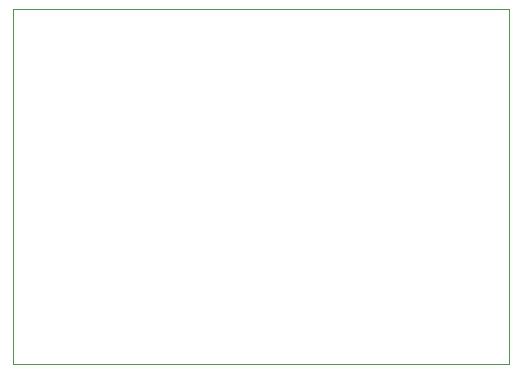
<source format=gbr>
%TF.GenerationSoftware,KiCad,Pcbnew,(6.0.0)*%
%TF.CreationDate,2022-01-09T16:20:31+00:00*%
%TF.ProjectId,aistompboxadapter,61697374-6f6d-4706-926f-786164617074,rev?*%
%TF.SameCoordinates,Original*%
%TF.FileFunction,Profile,NP*%
%FSLAX46Y46*%
G04 Gerber Fmt 4.6, Leading zero omitted, Abs format (unit mm)*
G04 Created by KiCad (PCBNEW (6.0.0)) date 2022-01-09 16:20:31*
%MOMM*%
%LPD*%
G01*
G04 APERTURE LIST*
%TA.AperFunction,Profile*%
%ADD10C,0.100000*%
%TD*%
G04 APERTURE END LIST*
D10*
X223000000Y-20000000D02*
X265000000Y-20000000D01*
X223000000Y-50000000D02*
X223000000Y-20000000D01*
X265000000Y-50000000D02*
X223000000Y-50000000D01*
X265000000Y-20000000D02*
X265000000Y-50000000D01*
M02*

</source>
